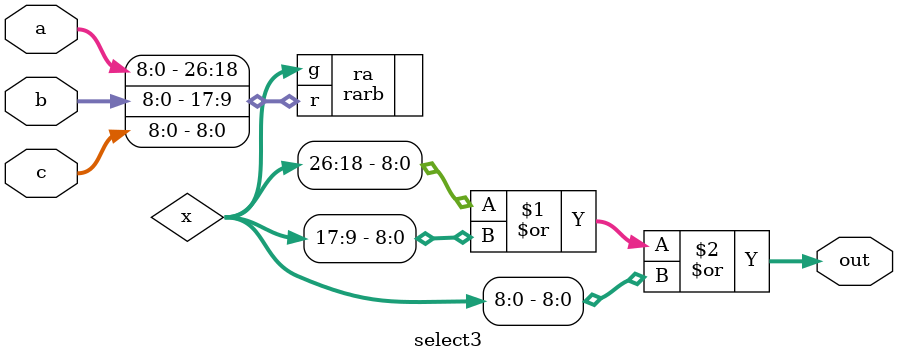
<source format=v>
/*******************************************************************************
Copyright (c) 2012, Stanford University
All rights reserved.

Redistribution and use in source and binary forms, with or without
modification, are permitted provided that the following conditions are met:
1. Redistributions of source code must retain the above copyright
   notice, this list of conditions and the following disclaimer.
2. Redistributions in binary form must reproduce the above copyright
   notice, this list of conditions and the following disclaimer in the
   documentation and/or other materials provided with the distribution.
3. All advertising materials mentioning features or use of this software
   must display the following acknowledgement:
   This product includes software developed at Stanford University.
4. Neither the name of Stanford Univerity nor the
   names of its contributors may be used to endorse or promote products
   derived from this software without specific prior written permission.

THIS SOFTWARE IS PROVIDED BY STANFORD UNIVERSITY ''AS IS'' AND ANY
EXPRESS OR IMPLIED WARRANTIES, INCLUDING, BUT NOT LIMITED TO, THE IMPLIED
WARRANTIES OF MERCHANTABILITY AND FITNESS FOR A PARTICULAR PURPOSE ARE
DISCLAIMED. IN NO EVENT SHALL STANFORD UNIVERSITY BE LIABLE FOR ANY
DIRECT, INDIRECT, INCIDENTAL, SPECIAL, EXEMPLARY, OR CONSEQUENTIAL DAMAGES
(INCLUDING, BUT NOT LIMITED TO, PROCUREMENT OF SUBSTITUTE GOODS OR SERVICES;
LOSS OF USE, DATA, OR PROFITS; OR BUSINESS INTERRUPTION) HOWEVER CAUSED AND
ON ANY THEORY OF LIABILITY, WHETHER IN CONTRACT, STRICT LIABILITY, OR TORT
(INCLUDING NEGLIGENCE OR OTHERWISE) ARISING IN ANY WAY OUT OF THE USE OF THIS
SOFTWARE, EVEN IF ADVISED OF THE POSSIBILITY OF SUCH DAMAGE.
*******************************************************************************/
//-----------------------------------------------------------------------------
// select3
// Picks the highest priority bit from 3 9-bit vectors
// Inputs:
//   a, b, c - (9 bits) Input vectors
// Outputs:
//   out - (9 bits) One hot output has a bit set (if any) in the highest
//         position of the highest priority input.
//-----------------------------------------------------------------------------
module select3(
    input [8:0] a,
    input [8:0] b,
    input [8:0] c,
    output wire [8:0] out
);

    wire [26:0] x;

    rarb #(27) ra(
        .r({a,b,c}),
        .g(x)
    );

    assign out = x[26:18] | x[17:9] | x[8:0];

endmodule

</source>
